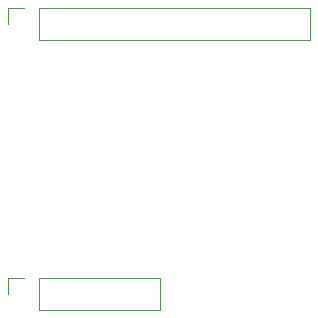
<source format=gbr>
%TF.GenerationSoftware,KiCad,Pcbnew,8.0.3-8.0.3-0~ubuntu22.04.1*%
%TF.CreationDate,2024-07-13T12:54:05+02:00*%
%TF.ProjectId,nixie_breadboard,6e697869-655f-4627-9265-6164626f6172,rev?*%
%TF.SameCoordinates,Original*%
%TF.FileFunction,Legend,Bot*%
%TF.FilePolarity,Positive*%
%FSLAX46Y46*%
G04 Gerber Fmt 4.6, Leading zero omitted, Abs format (unit mm)*
G04 Created by KiCad (PCBNEW 8.0.3-8.0.3-0~ubuntu22.04.1) date 2024-07-13 12:54:05*
%MOMM*%
%LPD*%
G01*
G04 APERTURE LIST*
%ADD10C,0.120000*%
G04 APERTURE END LIST*
D10*
%TO.C,J1*%
X123130000Y-123130000D02*
X123130000Y-124460000D01*
X124460000Y-123130000D02*
X123130000Y-123130000D01*
X125730000Y-123130000D02*
X125730000Y-125790000D01*
X125730000Y-123130000D02*
X148650000Y-123130000D01*
X125730000Y-125790000D02*
X148650000Y-125790000D01*
X148650000Y-123130000D02*
X148650000Y-125790000D01*
%TO.C,J2*%
X123130000Y-145990000D02*
X123130000Y-147320000D01*
X124460000Y-145990000D02*
X123130000Y-145990000D01*
X125730000Y-145990000D02*
X125730000Y-148650000D01*
X125730000Y-145990000D02*
X135950000Y-145990000D01*
X125730000Y-148650000D02*
X135950000Y-148650000D01*
X135950000Y-145990000D02*
X135950000Y-148650000D01*
%TD*%
M02*

</source>
